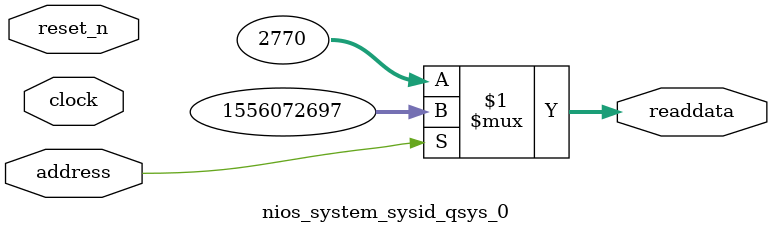
<source format=v>



// synthesis translate_off
`timescale 1ns / 1ps
// synthesis translate_on

// turn off superfluous verilog processor warnings 
// altera message_level Level1 
// altera message_off 10034 10035 10036 10037 10230 10240 10030 

module nios_system_sysid_qsys_0 (
               // inputs:
                address,
                clock,
                reset_n,

               // outputs:
                readdata
             )
;

  output  [ 31: 0] readdata;
  input            address;
  input            clock;
  input            reset_n;

  wire    [ 31: 0] readdata;
  //control_slave, which is an e_avalon_slave
  assign readdata = address ? 1556072697 : 2770;

endmodule



</source>
